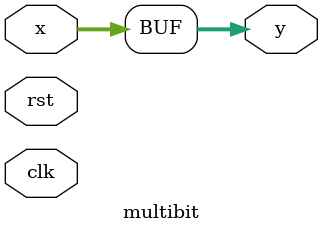
<source format=v>
module multibit (clk, rst, x, y);

	input clk, rst;

	input [7:0] x;
	output [7:0] y;

	assign y = x;

endmodule

</source>
